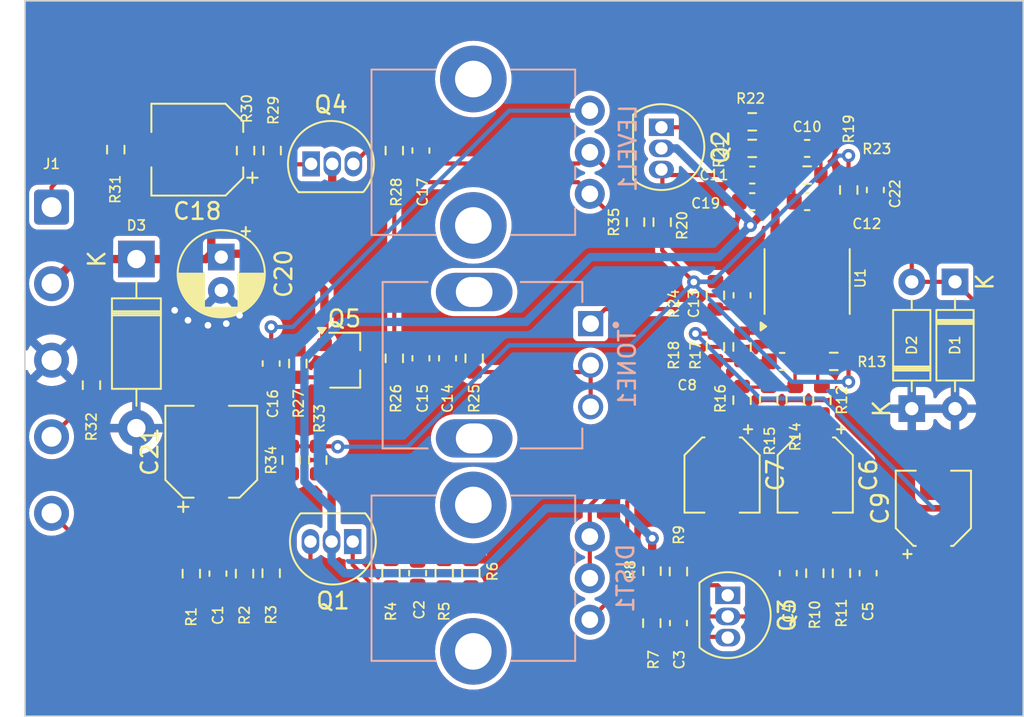
<source format=kicad_pcb>
(kicad_pcb (version 20240108) (generator "pcbnew") (generator_version "8.0")
  (layers (0 "F.Cu" signal) (31 "B.Cu" signal) (34 "B.Paste" user) (35 "F.Paste" user) (36 "B.SilkS" user "B.Silkscreen") (37 "F.SilkS" user "F.Silkscreen") (38 "B.Mask" user) (39 "F.Mask" user) (44 "Edge.Cuts" user))
  (net 0 "")
  (net 1 "Net-(C1-Pad2)")
  (net 2 "Net-(C2-Pad2)")
  (net 3 "Net-(Q2-B)")
  (net 4 "Net-(C4-Pad2)")
  (net 5 "Net-(C5-Pad2)")
  (net 6 "Net-(C6-Pad1)")
  (net 7 "VCC")
  (net 8 "Net-(Q2-E)")
  (net 9 "Net-(C7-Pad1)")
  (net 10 "Net-(C9-Pad1)")
  (net 11 "/DIST")
  (net 12 "Net-(C10-Pad1)")
  (net 13 "Net-(C13-Pad2)")
  (net 14 "GND")
  (net 15 "Net-(C16-Pad2)")
  (net 16 "/AIN")
  (net 17 "Net-(Q3-E)")
  (net 18 "VDD")
  (net 19 "Net-(C17-Pad1)")
  (net 20 "Net-(R17-Pad2)")
  (net 21 "Net-(R25-Pad2)")
  (net 22 "/AOUT")
  (net 23 "/LED")
  (net 24 "/OPIN2+")
  (net 25 "/OPIN2-")
  (net 26 "/OPOUT2")
  (net 27 "/Q3B")
  (net 28 "/OPIN1-")
  (net 29 "/Q1E")
  (net 30 "/Q3C")
  (net 31 "/INT1")
  (net 32 "/Q1B")
  (net 33 "/OPIN1+")
  (net 34 "/INT2")
  (net 35 "/Q4B")
  (net 36 "/Q4E")
  (net 37 "Net-(C18-Pad1)")
  (net 38 "Net-(DIST1-Pad1)")
  (net 39 "Net-(D1-K)")
  (net 40 "Net-(Q4-B)")
  (net 41 "Net-(Q4-E)")
  (footprint "Resistor_SMD:R_0603_1608Metric" (layer "F.Cu") (at 107.4 149.9 90)
    (property "Reference" "R4")
    (property "Value" "10k")
  )
  (footprint "Diode_THT:D_DO-41_SOD81_P10.16mm_Horizontal" (layer "F.Cu") (at 92.1 131.02 -90)
    (property "Reference" "D3")
    (property "Value" "1N4002")
  )
  (footprint "Capacitor_SMD:C_0603_1608Metric" (layer "F.Cu") (at 136.0775 149.9 90)
    (property "Reference" "C5")
    (property "Value" "22n")
  )
  (footprint "Resistor_SMD:R_0603_1608Metric" (layer "F.Cu") (at 128.5 139.5 90)
    (property "Reference" "R16")
    (property "Value" "200")
  )
  (footprint "Package_TO_SOT_THT:TO-92L_Inline" (layer "F.Cu") (at 123.6525 123.099888 -90)
    (property "Reference" "Q2")
    (property "Value" "2SC1815")
  )
  (footprint "Package_TO_SOT_THT:TO-92L_Inline" (layer "F.Cu") (at 102.6 125.3)
    (property "Reference" "Q4")
    (property "Value" "2SC1815")
  )
  (footprint "Diode_THT:D_DO-35_SOD27_P7.62mm_Horizontal" (layer "F.Cu") (at 138.7 140.01 90)
    (property "Reference" "D2")
    (property "Value" "1N4148")
  )
  (footprint "Resistor_SMD:R_0603_1608Metric" (layer "F.Cu") (at 112.4 136.985 -90)
    (property "Reference" "R25")
    (property "Value" "2k4")
  )
  (footprint "Capacitor_SMD:CP_Elec_5x5.3" (layer "F.Cu") (at 96.6 142.6 90)
    (property "Reference" "C21")
    (property "Value" "47u")
  )
  (footprint "Resistor_SMD:R_0603_1608Metric" (layer "F.Cu") (at 100.26 124.5 90)
    (property "Reference" "R29")
    (property "Value" "10k")
  )
  (footprint "Capacitor_SMD:C_0603_1608Metric" (layer "F.Cu") (at 130.9125 137.169888 180)
    (property "Reference" "C8")
    (property "Value" "100p")
  )
  (footprint "Resistor_SMD:R_0603_1608Metric" (layer "F.Cu") (at 129.1125 124.369888)
    (property "Reference" "R21")
    (property "Value" "820")
  )
  (footprint "Resistor_SMD:R_0603_1608Metric" (layer "F.Cu") (at 98.6 149.925 90)
    (property "Reference" "R2")
    (property "Value" "1k")
  )
  (footprint "Capacitor_SMD:C_0603_1608Metric" (layer "F.Cu") (at 124.6775 152.9 90)
    (property "Reference" "C3")
    (property "Value" "30p")
  )
  (footprint "Resistor_SMD:R_0603_1608Metric" (layer "F.Cu") (at 129.1125 122.769888)
    (property "Reference" "R22")
    (property "Value" "10K")
  )
  (footprint "Capacitor_SMD:CP_Elec_5x5.3" (layer "F.Cu") (at 95.76 124.444888 180)
    (property "Reference" "C18")
    (property "Value" "10u")
  )
  (footprint "Capacitor_SMD:C_0603_1608Metric" (layer "F.Cu") (at 131.2775 149.9 90)
    (property "Reference" "C4")
    (property "Value" "100n")
  )
  (footprint "Resistor_SMD:R_0603_1608Metric" (layer "F.Cu") (at 103 143.1 -90)
    (property "Reference" "R33")
    (property "Value" "10k")
  )
  (footprint "Resistor_SMD:R_0603_1608Metric" (layer "F.Cu") (at 130.1 139.5 -90)
    (property "Reference" "R15")
    (property "Value" "180")
  )
  (footprint "Resistor_SMD:R_0603_1608Metric" (layer "F.Cu") (at 132.4125 125.969888)
    (property "Reference" "R23")
    (property "Value" "3K")
  )
  (footprint "Capacitor_SMD:C_0603_1608Metric" (layer "F.Cu") (at 136.5125 126.869888 -90)
    (property "Reference" "C22")
    (property "Value" "100n")
  )
  (footprint "Resistor_SMD:R_0603_1608Metric" (layer "F.Cu") (at 100.2 149.9 90)
    (property "Reference" "R3")
    (property "Value" "510k")
  )
  (footprint "Resistor_SMD:R_0603_1608Metric" (layer "F.Cu") (at 90.86 124.444888 -90)
    (property "Reference" "R31")
    (property "Value" "100k")
  )
  (footprint "Resistor_SMD:R_0603_1608Metric" (layer "F.Cu") (at 134.9125 126.869888 90)
    (property "Reference" "R19")
    (property "Value" "1M")
  )
  (footprint "Capacitor_THT:CP_Radial_D5.0mm_P2.00mm" (layer "F.Cu") (at 97.2 130.9 -90)
    (property "Reference" "C20")
    (property "Value" "100u")
  )
  (footprint "Resistor_SMD:R_0603_1608Metric" (layer "F.Cu") (at 98.66 124.5 -90)
    (property "Reference" "R30")
    (property "Value" "470")
  )
  (footprint "Resistor_SMD:R_0603_1608Metric" (layer "F.Cu") (at 123.09 149.775 -90)
    (property "Reference" "R8")
    (property "Value" "47k")
  )
  (footprint "Capacitor_SMD:C_0603_1608Metric" (layer "F.Cu") (at 100.2 137.3 90)
    (property "Reference" "C16")
    (property "Value" "1u")
  )
  (footprint "Resistor_SMD:R_0603_1608Metric" (layer "F.Cu") (at 131.7 139.5 -90)
    (property "Reference" "R14")
    (property "Value" "4k7")
  )
  (footprint "Resistor_SMD:R_0603_1608Metric" (layer "F.Cu") (at 132.8775 149.9 90)
    (property "Reference" "R10")
    (property "Value" "24k")
  )
  (footprint "Package_TO_SOT_THT:TO-92L_Inline" (layer "F.Cu") (at 105.1 148 180)
    (property "Reference" "Q1")
    (property "Value" "2SC1815")
  )
  (footprint "Capacitor_SMD:CP_Elec_4x5.4" (layer "F.Cu") (at 140 146 90)
    (property "Reference" "C9")
    (property "Value" "4u7")
  )
  (footprint "Resistor_SMD:R_0603_1608Metric" (layer "F.Cu") (at 133.3 139.5 -90)
    (property "Reference" "R12")
    (property "Value" "10k")
  )
  (footprint "Package_TO_SOT_THT:TO-92L_Inline" (layer "F.Cu") (at 127.64 151.23 -90)
    (property "Reference" "Q3")
    (property "Value" "2SC1815")
  )
  (footprint "Resistor_SMD:R_0603_1608Metric" (layer "F.Cu") (at 123.7 128.8 -90)
    (property "Reference" "R20")
    (property "Value" "82k")
  )
  (footprint "Resistor_SMD:R_0603_1608Metric" (layer "F.Cu") (at 101.8 137.3 90)
    (property "Reference" "R27")
    (property "Value" "10k")
  )
  (footprint "Resistor_SMD:R_0603_1608Metric" (layer "F.Cu") (at 126.9 133.2 90)
    (property "Reference" "R24")
    (property "Value" "510k")
  )
  (footprint "Diode_THT:D_DO-35_SOD27_P7.62mm_Horizontal" (layer "F.Cu") (at 141.3 132.39 -90)
    (property "Reference" "D1")
    (property "Value" "1N4148")
  )
  (footprint "Package_SO:SOIC-8_3.9x4.9mm_P1.27mm" (layer "F.Cu") (at 132.4125 132.369888 90)
    (property "Reference" "U1")
    (property "Value" "RC4558")
  )
  (footprint "Capacitor_SMD:C_0603_1608Metric" (layer "F.Cu") (at 128.5 133.2 -90)
    (property "Reference" "C13")
    (property "Value" "4u7")
  )
  (footprint "Resistor_SMD:R_0603_1608Metric" (layer "F.Cu") (at 107.6 136.985 90)
    (property "Reference" "R26")
    (property "Value" "1M")
  )
  (footprint "Resistor_SMD:R_0603_1608Metric" (layer "F.Cu") (at 101.4 143.1 -90)
    (property "Reference" "R34")
    (property "Value" "10k")
  )
  (footprint "Resistor_SMD:R_0603_1608Metric" (layer "F.Cu") (at 107.6 124.5 -90)
    (property "Reference" "R28")
    (property "Value" "510k")
  )
  (footprint "Connector_Wire:SolderWire-0.5sqmm_1x05_P4.6mm_D0.9mm_OD2.1mm" (layer "F.Cu") (at 87 127.9 -90)
    (property "Reference" "J1")
    (property "Value" "Conn_01x05")
  )
  (footprint "Resistor_SMD:R_0603_1608Metric" (layer "F.Cu") (at 110.6 149.9 -90)
    (property "Reference" "R5")
    (property "Value" "16k")
  )
  (footprint "Resistor_SMD:R_0603_1608Metric" (layer "F.Cu") (at 126.9 136.3 -90)
    (property "Reference" "R18")
    (property "Value" "1k")
  )
  (footprint "Package_TO_SOT_SMD:SC-59" (layer "F.Cu") (at 104.6 137.1)
    (property "Reference" "Q5")
    (property "Value" "2SK209")
  )
  (footprint "Resistor_SMD:R_0603_1608Metric" (layer "F.Cu") (at 112.2 149.9 -90)
    (property "Reference" "R6")
    (property "Value" "270k")
  )
  (footprint "Resistor_SMD:R_0603_1608Metric" (layer "F.Cu") (at 128.5 136.3 90)
    (property "Reference" "R17")
    (property "Value" "200")
  )
  (footprint "Capacitor_SMD:C_0603_1608Metric" (layer "F.Cu") (at 129.1125 127.569888)
    (property "Reference" "C19")
    (property "Value" "100n")
  )
  (footprint "Capacitor_SMD:C_0603_1608Metric" (layer "F.Cu") (at 109 149.9 90)
    (property "Reference" "C2")
    (property "Value" "10n")
  )
  (footprint "Resistor_SMD:R_0603_1608Metric" (layer "F.Cu") (at 89.4 138.6 -90)
    (property "Reference" "R32")
    (property "Value" "4k7")
  )
  (footprint "Capacitor_SMD:C_0603_1608Metric" (layer "F.Cu") (at 109.2 124.5 90)
    (property "Reference" "C17")
    (property "Value" "1u")
  )
  (footprint "Resistor_SMD:R_0603_1608Metric" (layer "F.Cu") (at 134.0125 137.169888)
    (property "Reference" "R13")
    (property "Value" "1M")
  )
  (footprint "Resistor_SMD:R_0603_1608Metric" (layer "F.Cu") (at 122.1 128.8 -90)
    (property "Reference" "R35")
    (property "Value" "12k")
  )
  (footprint "Resistor_SMD:R_0603_1608Metric" (layer "F.Cu") (at 95.4 149.925 -90)
    (property "Reference" "R1")
    (property "Value" "2M")
  )
  (footprint "Capacitor_SMD:C_0603_1608Metric" (layer "F.Cu") (at 97 149.925 90)
    (property "Reference" "C1")
    (property "Value" "47n")
  )
  (footprint "Capacitor_SMD:C_0603_1608Metric" (layer "F.Cu") (at 132.4125 124.369888)
    (property "Reference" "C10")
    (property "Value" "470n")
  )
  (footprint "Capacitor_SMD:C_0603_1608Metric" (layer "F.Cu") (at 132.4125 127.569888 180)
    (property "Reference" "C12")
    (property "Value" "100p")
  )
  (footprint "Capacitor_SMD:C_0603_1608Metric" (layer "F.Cu") (at 110.8 136.985 90)
    (property "Reference" "C14")
    (property "Value" "3n3")
  )
  (footprint "Capacitor_SMD:C_0603_1608Metric" (layer "F.Cu") (at 109.2 136.985 -90)
    (property "Reference" "C15")
    (property "Value" "22n")
  )
  (footprint "Resistor_SMD:R_0603_1608Metric" (layer "F.Cu") (at 124.6775 149.8 90)
    (property "Reference" "R9")
    (property "Value" "390")
  )
  (footprint "Capacitor_SMD:C_0603_1608Metric" (layer "F.Cu") (at 129.1125 125.969888)
    (property "Reference" "C11")
    (property "Value" "68n")
  )
  (footprint "Capacitor_SMD:CP_Elec_4x5.3" (layer "F.Cu") (at 132.9 144 -90)
    (property "Reference" "C6")
    (property "Value" "1u")
  )
  (footprint "Resistor_SMD:R_0603_1608Metric" (layer "F.Cu") (at 134.4775 149.9 90)
    (property "Reference" "R11")
    (property "Value" "10k")
  )
  (footprint "Capacitor_SMD:CP_Elec_4x5.3" (layer "F.Cu") (at 127.3 144 -90)
    (property "Reference" "C7")
    (property "Value" "1u")
  )
  (footprint "Resistor_SMD:R_0603_1608Metric" (layer "F.Cu") (at 123.0775 152.9 -90)
    (property "Reference" "R7")
    (property "Value" "560k")
  )
  (footprint "Potentiometer_THT:Potentiometer_Bourns_PTV09A-1_Single_Vertical" (layer "B.Cu") (at 119.35 152.7 180)
    (property "Reference" "DIST1")
    (property "Value" "A20k")
  )
  (footprint "Potentiometer_THT:Potentiometer_Bourns_PTV09A-1_Single_Vertical" (layer "B.Cu") (at 119.35 127.1 180)
    (property "Reference" "LEVEL1")
    (property "Value" "A100k")
  )
  (footprint "PT01:TRIM_PT01-D125D-B503" (layer "B.Cu") (at 112.4 137.4 -90)
    (property "Reference" "TONE1")
    (property "Value" "B50k")
  )
  (gr_rect (start 85.4 115.5) (end 145.4 158.5) (stroke (width 0.1)) (fill none) (layer "Edge.Cuts"))
  (segment (start 100.26 125.325) (end 102.635 125.325) (width 0.25) (layer "F.Cu") (net 0))
  (segment (start 98.66 125.325) (end 100.26 125.325) (width 0.25) (layer "F.Cu") (net 0))
  (segment (start 102.635 125.325) (end 102.66 125.3) (width 0.25) (layer "F.Cu") (net 0))
  (segment (start 97 149.15) (end 98.55 149.15) (width 0.25) (layer "F.Cu") (net 1))
  (segment (start 98.55 149.15) (end 98.6 149.1) (width 0.25) (layer "F.Cu") (net 1))
  (segment (start 110.22625 149.1) (end 110.27625 149.05) (width 0.25) (layer "F.Cu") (net 2))
  (segment (start 108.67625 149.1) (end 110.22625 149.1) (width 0.25) (layer "F.Cu") (net 2))
  (segment (start 128.3375 125.969888) (end 123.9825 125.969888) (width 0.25) (layer "F.Cu") (net 3))
  (segment (start 123.9825 125.969888) (end 123.6525 125.639888) (width 0.25) (layer "F.Cu") (net 3))
  (segment (start 123.7125 125.699888) (end 123.6525 125.639888) (width 0.25) (layer "F.Cu") (net 3))
  (segment (start 123.7125 127.944888) (end 123.7125 125.699888) (width 0.25) (layer "F.Cu") (net 3))
  (segment (start 131.2775 149.125) (end 132.8275 149.125) (width 0.25) (layer "F.Cu") (net 4))
  (segment (start 132.8275 149.125) (end 132.8775 149.075) (width 0.25) (layer "F.Cu") (net 4))
  (segment (start 136.0775 143.1025) (end 133.3 140.325) (width 0.25) (layer "F.Cu") (net 5))
  (segment (start 136.0775 149.125) (end 136.0775 143.1025) (width 0.25) (layer "F.Cu") (net 5))
  (segment (start 131.6375 140.369888) (end 131.6375 142.782388) (width 0.25) (layer "F.Cu") (net 6))
  (segment (start 131.6375 140.369888) (end 131.8375 140.569888) (width 0.25) (layer "F.Cu") (net 6))
  (segment (start 131.6375 142.782388) (end 132.9 144.044888) (width 0.25) (layer "F.Cu") (net 6))
  (segment (start 129 129) (end 129.8875 128.1125) (width 0.5) (layer "F.Cu") (net 7))
  (segment (start 103.83 144.755) (end 103.388908 144.313908) (width 0.5) (layer "F.Cu") (net 7))
  (segment (start 96.6 129.1) (end 97.7 128) (width 0.5) (layer "F.Cu") (net 7))
  (segment (start 96.6 130.7) (end 96.6 129.1) (width 0.5) (layer "F.Cu") (net 7))
  (segment (start 101.2 130.7) (end 103.4 132.9) (width 0.5) (layer "F.Cu") (net 7))
  (segment (start 92.1 131.02) (end 96.28 131.02) (width 0.5) (layer "F.Cu") (net 7))
  (segment (start 102.42 128) (end 103.87 126.55) (width 0.5) (layer "F.Cu") (net 7))
  (segment (start 123.1 147.8) (end 123.1 148.94) (width 0.5) (layer "F.Cu") (net 7))
  (segment (start 87 132.5) (end 88.48 131.02) (width 0.5) (layer "F.Cu") (net 7))
  (segment (start 88.48 131.02) (end 92.1 131.02) (width 0.5) (layer "F.Cu") (net 7))
  (segment (start 130.5075 128.189888) (end 129.8875 127.569888) (width 0.5) (layer "F.Cu") (net 7))
  (segment (start 103.87 126.55) (end 103.87 125.3) (width 0.5) (layer "F.Cu") (net 7))
  (segment (start 96.28 131.02) (end 96.6 130.7) (width 0.5) (layer "F.Cu") (net 7))
  (segment (start 103.83 148) (end 103.83 144.755) (width 0.5) (layer "F.Cu") (net 7))
  (segment (start 89.4 137.775) (end 89.4 131.02) (width 0.2) (layer "F.Cu") (net 7))
  (segment (start 123.1 148.94) (end 123.09 148.95) (width 0.5) (layer "F.Cu") (net 7))
  (segment (start 130.5075 129.894888) (end 130.5075 128.189888) (width 0.5) (layer "F.Cu") (net 7))
  (segment (start 96.6 130.7) (end 101.2 130.7) (width 0.5) (layer "F.Cu") (net 7))
  (segment (start 103.4 132.9) (end 103.4 136.15) (width 0.5) (layer "F.Cu") (net 7))
  (segment (start 129.8875 128.1125) (end 129.8875 127.569888) (width 0.5) (layer "F.Cu") (net 7))
  (segment (start 97.7 128) (end 102.42 128) (width 0.5) (layer "F.Cu") (net 7))
  (segment (start 130.394888 129.894888) (end 130.5075 129.894888) (width 0.5) (layer "F.Cu") (net 7))
  (via (at 129 129) (size 0.8) (drill 0.4) (layers "F.Cu" "B.Cu") (net 7))
  (via (at 123.1 147.8) (size 0.8) (drill 0.4) (layers "F.Cu" "B.Cu") (net 7))
  (segment (start 123.1 147.8) (end 121.3 146) (width 0.5) (layer "B.Cu") (net 7))
  (segment (start 102.2 137.035) (end 102.2 144.4) (width 0.5) (layer "B.Cu") (net 7))
  (segment (start 112.8 149.9) (end 104.6 149.9) (width 0.5) (layer "B.Cu") (net 7))
  (segment (start 119.4 130.9) (end 127.1 130.9) (width 0.5) (layer "B.Cu") (net 7))
  (segment (start 124.569888 124.369888) (end 129 128.8) (width 0.5) (layer "B.Cu") (net 7))
  (segment (start 102.2 144.4) (end 103.83 146.03) (width 0.5) (layer "B.Cu") (net 7))
  (segment (start 121.3 146) (end 116.7 146) (width 0.5) (layer "B.Cu") (net 7))
  (segment (start 129 128.8) (end 129 129) (width 0.5) (layer "B.Cu") (net 7))
  (segment (start 103.875 135.36) (end 104.435 134.8) (width 0.5) (layer "B.Cu") (net 7))
  (segment (start 103.875 135.36) (end 102.2 137.035) (width 0.5) (layer "B.Cu") (net 7))
  (segment (start 116.7 146) (end 112.8 149.9) (width 0.5) (layer "B.Cu") (net 7))
  (segment (start 115.5 134.8) (end 119.4 130.9) (width 0.5) (layer "B.Cu") (net 7))
  (segment (start 104.6 149.9) (end 103.83 149.13) (width 0.5) (layer "B.Cu") (net 7))
  (segment (start 123.6525 124.369888) (end 124.569888 124.369888) (width 0.5) (layer "B.Cu") (net 7))
  (segment (start 127.1 130.9) (end 129 129) (width 0.5) (layer "B.Cu") (net 7))
  (segment (start 103.83 146.03) (end 103.83 148) (width 0.5) (layer "B.Cu") (net 7))
  (segment (start 103.83 149.13) (end 103.83 148) (width 0.5) (layer "B.Cu") (net 7))
  (segment (start 104.435 134.8) (end 115.5 134.8) (width 0.5) (layer "B.Cu") (net 7))
  (segment (start 127.9575 123.099888) (end 128.2875 122.769888) (width 0.25) (layer "F.Cu") (net 8))
  (segment (start 123.6525 123.099888) (end 127.9575 123.099888) (width 0.25) (layer "F.Cu") (net 8))
  (segment (start 128.2875 124.369888) (end 128.2875 122.769888) (width 0.25) (layer "F.Cu") (net 8))
  (segment (start 130.0125 140.344888) (end 130.0375 140.369888) (width 0.25) (layer "F.Cu") (net 9))
  (segment (start 130.0375 141.307388) (end 130.0375 140.369888) (width 0.25) (layer "F.Cu") (net 9))
  (segment (start 127.3 144.044888) (end 130.0375 141.307388) (width 0.25) (layer "F.Cu") (net 9))
  (segment (start 126.875 135.5) (end 126.9 135.475) (width 0.25) (layer "F.Cu") (net 10))
  (segment (start 125.7 135.5) (end 126.875 135.5) (width 0.25) (layer "F.Cu") (net 10))
  (via (at 125.7 135.5) (size 0.8) (drill 0.4) (layers "F.Cu" "B.Cu") (net 10))
  (segment (start 129.6 139.4) (end 125.7 135.5) (width 0.25) (layer "B.Cu") (net 10))
  (segment (start 140 146) (end 133.4 139.4) (width 0.25) (layer "B.Cu") (net 10))
  (segment (start 133.4 139.4) (end 129.6 139.4) (width 0.25) (layer "B.Cu") (net 10))
  (segment (start 130.1375 137.169888) (end 128.6875 137.169888) (width 0.25) (layer "F.Cu") (net 11))
  (segment (start 127.1125 138.069888) (end 127.1125 137.044888) (width 0.25) (layer "F.Cu") (net 11))
  (segment (start 128.6125 137.094888) (end 127.1625 137.094888) (width 0.25) (layer "F.Cu") (net 11))
  (segment (start 119.35 147.7) (end 119.35 145.832388) (width 0.25) (layer "F.Cu") (net 11))
  (segment (start 127.1125 137.044888) (end 127.0375 136.969888) (width 0.25) (layer "F.Cu") (net 11))
  (segment (start 127.1625 137.094888) (end 127.0375 136.969888) (width 0.25) (layer "F.Cu") (net 11))
  (segment (start 128.6875 137.169888) (end 128.6125 137.094888) (width 0.25) (layer "F.Cu") (net 11))
  (segment (start 119.35 150.2) (end 119.35 147.7) (width 0.25) (layer "F.Cu") (net 11))
  (segment (start 119.35 145.832388) (end 127.1125 138.069888) (width 0.25) (layer "F.Cu") (net 11))
  (segment (start 129.8875 124.419888) (end 129.9375 124.369888) (width 0.25) (layer "F.Cu") (net 12))
  (segment (start 129.8875 125.969888) (end 129.8875 124.419888) (width 0.25) (layer "F.Cu") (net 12))
  (segment (start 129.9375 124.369888) (end 131.6375 124.369888) (width 0.25) (layer "F.Cu") (net 12))
  (segment (start 126.95 133.975) (end 126.9 134.025) (width 0.25) (layer "F.Cu") (net 13))
  (segment (start 119.4 134.9) (end 119.5 134.9) (width 0.25) (layer "F.Cu") (net 13))
  (segment (start 128.5 133.975) (end 126.95 133.975) (width 0.25) (layer "F.Cu") (net 13))
  (segment (start 119.5 134.9) (end 119.824888 135.224888) (width 0.25) (layer "F.Cu") (net 13))
  (segment (start 126.9 134.025) (end 120.275 134.025) (width 0.25) (layer "F.Cu") (net 13))
  (segment (start 120.275 134.025) (end 119.4 134.9) (width 0.25) (layer "F.Cu") (net 13))
  (via (at 96.4 135) (size 0.8) (drill 0.4) (layers "F.Cu" "B.Cu") (net 14))
  (via (at 97.5 134.9) (size 0.8) (drill 0.4) (layers "F.Cu" "B.Cu") (net 14))
  (via (at 95.2 134.7) (size 0.8) (drill 0.4) (layers "F.Cu" "B.Cu") (net 14))
  (via (at 94.4 134.1) (size 0.8) (drill 0.4) (layers "F.Cu" "B.Cu") (net 14))
  (via (at 98.3 134.4) (size 0.8) (drill 0.4) (layers "F.Cu" "B.Cu") (net 14))
  (segment (start 100.2 135.1) (end 100.2 136.525) (width 0.25) (layer "F.Cu") (net 15))
  (via (at 100.2 135.1) (size 0.8) (drill 0.4) (layers "F.Cu" "B.Cu") (net 15))
  (segment (start 100.2 135.1) (end 101.5 135.1) (width 0.25) (layer "B.Cu") (net 15))
  (segment (start 114.5 122.1) (end 119.35 122.1) (width 0.25) (layer "B.Cu") (net 15))
  (segment (start 101.5 135.1) (end 114.5 122.1) (width 0.25) (layer "B.Cu") (net 15))
  (segment (start 95.4 150.75) (end 96.95 150.75) (width 0.25) (layer "F.Cu") (net 16))
  (segment (start 95.4 150.75) (end 91.45 150.75) (width 0.25) (layer "F.Cu") (net 16))
  (segment (start 96.95 150.75) (end 97 150.7) (width 0.25) (layer "F.Cu") (net 16))
  (segment (start 91.45 150.75) (end 87 146.3) (width 0.25) (layer "F.Cu") (net 16))
  (segment (start 127.035 150.625) (end 127.64 151.23) (width 0.25) (layer "F.Cu") (net 17))
  (segment (start 124.6775 150.625) (end 127.035 150.625) (width 0.25) (layer "F.Cu") (net 17))
  (segment (start 101.275 142.4) (end 101.4 142.275) (width 0.25) (layer "F.Cu") (net 18))
  (segment (start 134.9 137.232388) (end 134.8375 137.169888) (width 0.25) (layer "F.Cu") (net 18))
  (segment (start 96.6 142.6) (end 96.6 144) (width 0.25) (layer "F.Cu") (net 18))
  (segment (start 122.1 129.625) (end 123.7 129.625) (width 0.25) (layer "F.Cu") (net 18))
  (segment (start 101.4 142.275) (end 103 142.275) (width 0.25) (layer "F.Cu") (net 18))
  (segment (start 119.35 127.1) (end 121.875 129.625) (width 0.25) (layer "F.Cu") (net 18))
  (segment (start 96.6 142.6) (end 96.8 142.4) (width 0.25) (layer "F.Cu") (net 18))
  (segment (start 134.9 138.4) (end 134.9 137.232388) (width 0.25) (layer "F.Cu") (net 18))
  (segment (start 125.625 132.375) (end 125.6 132.4) (width 0.25) (layer "F.Cu") (net 18))
  (segment (start 96.6 144) (end 100.2 147.6) (width 0.25) (layer "F.Cu") (net 18))
  (segment (start 107.6 125.325) (end 108.675 126.4) (width 0.25) (layer "F.Cu") (net 18))
  (segment (start 123.7 130.5) (end 125.6 132.4) (width 0.25) (layer "F.Cu") (net 18))
  (segment (start 107.635 125.3) (end 107.66 125.325) (width 0.25) (layer "F.Cu") (net 18))
  (segment (start 96.8 142.4) (end 101.275 142.4) (width 0.25) (layer "F.Cu") (net 18))
  (segment (start 103 142.275) (end 104.175 142.275) (width 0.25) (layer "F.Cu") (net 18))
  (segment (start 123.7 129.625) (end 123.7 130.5) (width 0.25) (layer "F.Cu") (net 18))
  (segment (start 134.9 124.8) (end 134.9 126.032388) (width 0.25) (layer "F.Cu") (net 18))
  (segment (start 107.6 136.16) (end 107.6 125.325) (width 0.25) (layer "F.Cu") (net 18))
  (segment (start 108.675 126.4) (end 118.65 126.4) (width 0.25) (layer "F.Cu") (net 18))
  (segment (start 100.2 147.6) (end 100.2 149.075) (width 0.25) (layer "F.Cu") (net 18))
  (segment (start 126.9 132.375) (end 125.625 132.375) (width 0.25) (layer "F.Cu") (net 18))
  (segment (start 121.875 129.625) (end 122.1 129.625) (width 0.25) (layer "F.Cu") (net 18))
  (segment (start 104.175 142.275) (end 104.2 142.3) (width 0.25) (layer "F.Cu") (net 18))
  (segment (start 118.65 126.4) (end 119.35 127.1) (width 0.25) (layer "F.Cu") (net 18))
  (segment (start 134.9 126.032388) (end 134.9125 126.044888) (width 0.25) (layer "F.Cu") (net 18))
  (via (at 104.2 142.3) (size 0.8) (drill 0.4) (layers "F.Cu" "B.Cu") (net 18))
  (via (at 125.6 132.4) (size 0.8) (drill 0.4) (layers "F.Cu" "B.Cu") (net 18))
  (via (at 134.9 124.8) (size 0.8) (drill 0.4) (layers "F.Cu" "B.Cu") (net 18))
  (via (at 134.9 138.4) (size 0.8) (drill 0.4) (layers "F.Cu" "B.Cu") (net 18))
  (segment (start 108.4 142.3) (end 114.5 136.2) (width 0.25) (layer "B.Cu") (net 18))
  (segment (start 131.5 138.4) (end 134.9 138.4) (width 0.25) (layer "B.Cu") (net 18))
  (segment (start 126.7 132.4) (end 134.3 124.8) (width 0.25) (layer "B.Cu") (net 18))
  (segment (start 134.3 124.8) (end 134.9 124.8) (width 0.25) (layer "B.Cu") (net 18))
  (segment (start 114.5 136.2) (end 121.8 136.2) (width 0.25) (layer "B.Cu") (net 18))
  (segment (start 125.6 132.4) (end 125.6 132.5) (width 0.25) (layer "B.Cu") (net 18))
  (segment (start 125.6 132.5) (end 131.5 138.4) (width 0.25) (layer "B.Cu") (net 18))
  (segment (start 104.2 142.3) (end 108.4 142.3) (width 0.25) (layer "B.Cu") (net 18))
  (segment (start 121.8 136.2) (end 125.6 132.4) (width 0.25) (layer "B.Cu") (net 18))
  (segment (start 125.6 132.4) (end 126.7 132.4) (width 0.25) (layer "B.Cu") (net 18))
  (segment (start 109.21 125.325) (end 109.26 125.275) (width 0.25) (layer "F.Cu") (net 19))
  (segment (start 119.35 124.6) (end 122.1 127.35) (width 0.25) (layer "F.Cu") (net 19))
  (segment (start 109.2 125.275) (end 118.675 125.275) (width 0.25) (layer "F.Cu") (net 19))
  (segment (start 118.675 125.275) (end 119.35 124.6) (width 0.25) (layer "F.Cu") (net 19))
  (segment (start 122.1 127.35) (end 122.1 127.975) (width 0.25) (layer "F.Cu") (net 19))
  (segment (start 129.9075 135.444888) (end 130.5075 134.844888) (width 0.25) (layer "F.Cu") (net 20))
  (segment (start 128.6125 135.444888) (end 129.9075 135.444888) (width 0.25) (layer "F.Cu") (net 20))
  (segment (start 119.4 137.4) (end 119.4 139.9) (width 0.25) (layer "F.Cu") (net 21))
  (segment (start 118.99 137.81) (end 119.4 137.4) (width 0.25) (layer "F.Cu") (net 21))
  (segment (start 112.4 137.81) (end 118.99 137.81) (width 0.25) (layer "F.Cu") (net 21))
  (segment (start 87 127.9) (end 87 126.7) (width 0.25) (layer "F.Cu") (net 22))
  (segment (start 90.080112 123.619888) (end 90.86 123.619888) (width 0.25) (layer "F.Cu") (net 22))
  (segment (start 87 126.7) (end 90.080112 123.619888) (width 0.25) (layer "F.Cu") (net 22))
  (segment (start 92.935 123.619888) (end 93.76 124.444888) (width 0.25) (layer "F.Cu") (net 22))
  (segment (start 90.86 123.619888) (end 92.935 123.619888) (width 0.25) (layer "F.Cu") (net 22))
  (segment (start 89.275 139.425) (end 87 141.7) (width 0.25) (layer "F.Cu") (net 23))
  (segment (start 89.4 139.425) (end 89.275 139.425) (width 0.25) (layer "F.Cu") (net 23))
  (segment (start 134.3175 128.289888) (end 134.9125 127.694888) (width 0.2) (layer "F.Cu") (net 24))
  (segment (start 134.3175 129.894888) (end 134.3175 128.289888) (width 0.2) (layer "F.Cu") (net 24))
  (segment (start 134.9125 127.694888) (end 136.4625 127.694888) (width 0.2) (layer "F.Cu") (net 24))
  (segment (start 136.4625 127.694888) (end 136.5125 127.644888) (width 0.2) (layer "F.Cu") (net 24))
  (segment (start 133.1875 127.569888) (end 133.1875 126.019888) (width 0.2) (layer "F.Cu") (net 25))
  (segment (start 133.0475 129.894888) (end 133.0475 127.709888) (width 0.2) (layer "F.Cu") (net 25))
  (segment (start 133.2375 124.419888) (end 133.1875 124.369888) (width 0.2) (layer "F.Cu") (net 25))
  (segment (start 133.0475 127.709888) (end 133.1875 127.569888) (width 0.2) (layer "F.Cu") (net 25))
  (segment (start 133.2375 125.969888) (end 133.2375 124.419888) (width 0.2) (layer "F.Cu") (net 25))
  (segment (start 133.1875 126.019888) (end 133.2375 125.969888) (width 0.2) (layer "F.Cu") (net 25))
  (segment (start 131.7775 129.894888) (end 131.7775 131.804888) (width 0.25) (layer "F.Cu") (net 26))
  (segment (start 128.5 132.425) (end 131.157388 132.425) (width 0.25) (layer "F.Cu") (net 26))
  (segment (start 131.7775 127.709888) (end 131.6375 127.569888) (width 0.25) (layer "F.Cu") (net 26))
  (segment (start 131.5875 125.969888) (end 131.5875 127.519888) (width 0.25) (layer "F.Cu") (net 26))
  (segment (start 131.157388 132.425) (end 131.7775 131.804888) (width 0.25) (layer "F.Cu") (net 26))
  (segment (start 131.7775 129.894888) (end 131.7775 127.709888) (width 0.25) (layer "F.Cu") (net 26))
  (segment (start 131.6375 129.754888) (end 131.7775 129.894888) (width 0.25) (layer "F.Cu") (net 26))
  (segment (start 131.5875 127.519888) (end 131.6375 127.569888) (width 0.25) (layer "F.Cu") (net 26))
  (segment (start 127.595 153.725) (end 127.64 153.77) (width 0.25) (layer "F.Cu") (net 27))
  (segment (start 123.0775 153.725) (end 127.595 153.725) (width 0.25) (layer "F.Cu") (net 27))
  (segment (start 110.26375 150.725) (end 111.86375 150.725) (width 0.25) (layer "F.Cu") (net 27))
  (segment (start 115.575 154.1) (end 112.2 150.725) (width 0.25) (layer "F.Cu") (net 27))
  (segment (start 123.0775 153.725) (end 122.7025 154.1) (width 0.25) (layer "F.Cu") (net 27))
  (segment (start 122.7025 154.1) (end 115.575 154.1) (width 0.25) (layer "F.Cu") (net 27))
  (segment (start 127.545 153.675) (end 127.64 153.77) (width 0.25) (layer "F.Cu") (net 27))
  (segment (start 131.7775 137.079888) (end 131.6875 137.169888) (width 0.2) (layer "F.Cu") (net 28))
  (segment (start 131.7375 137.219888) (end 131.6875 137.169888) (width 0.2) (layer "F.Cu") (net 28))
  (segment (start 131.6875 137.169888) (end 131.6875 138.669888) (width 0.2) (layer "F.Cu") (net 28))
  (segment (start 131.7125 137.194888) (end 131.6875 137.169888) (width 0.2) (layer "F.Cu") (net 28))
  (segment (start 131.6875 138.669888) (end 131.6375 138.719888) (width 0.2) (layer "F.Cu") (net 28))
  (segment (start 131.7775 134.844888) (end 131.7775 137.079888) (width 0.2) (layer "F.Cu") (net 28))
  (segment (start 131.6375 138.719888) (end 128.452557 138.719888) (width 0.2) (layer "F.Cu") (net 28))
  (segment (start 107.06375 150.725) (end 108.61375 150.725) (width 0.25) (layer "F.Cu") (net 29))
  (segment (start 105.1 149.4) (end 106.425 150.725) (width 0.25) (layer "F.Cu") (net 29))
  (segment (start 105.1 148) (end 105.1 149.4) (width 0.25) (layer "F.Cu") (net 29))
  (segment (start 107.12625 150.65) (end 107.07625 150.7) (width 0.25) (layer "F.Cu") (net 29))
  (segment (start 108.61375 150.725) (end 108.66375 150.675) (width 0.25) (layer "F.Cu") (net 29))
  (segment (start 106.425 150.725) (end 107.4 150.725) (width 0.25) (layer "F.Cu") (net 29))
  (segment (start 124.6775 152.125) (end 124.9025 152.125) (width 0.25) (layer "F.Cu") (net 30))
  (segment (start 123.0775 152.075) (end 124.6275 152.075) (width 0.25) (layer "F.Cu") (net 30))
  (segment (start 129.4525 152.5) (end 131.2775 150.675) (width 0.25) (layer "F.Cu") (net 30))
  (segment (start 124.9025 152.125) (end 125.2775 152.5) (width 0.25) (layer "F.Cu") (net 30))
  (segment (start 123.09 152.05) (end 123.09 150.6) (width 0.25) (layer "F.Cu") (net 30))
  (segment (start 127.64 152.5) (end 129.4525 152.5) (width 0.25) (layer "F.Cu") (net 30))
  (segment (start 124.6275 152.075) (end 124.6775 152.125) (width 0.25) (layer "F.Cu") (net 30))
  (segment (start 125.2775 152.5) (end 127.64 152.5) (width 0.25) (layer "F.Cu") (net 30))
  (segment (start 134.5275 150.675) (end 134.4775 150.725) (width 0.25) (layer "F.Cu") (net 31))
  (segment (start 132.8775 150.725) (end 134.4775 150.725) (width 0.25) (layer "F.Cu") (net 31))
  (segment (start 136.0775 150.675) (end 134.5275 150.675) (width 0.25) (layer "F.Cu") (net 31))
  (segment (start 98.6 150.75) (end 100.175 150.75) (width 0.25) (layer "F.Cu") (net 32))
  (segment (start 100.2 150.725) (end 101.475 150.725) (width 0.25) (layer "F.Cu") (net 32))
  (segment (start 101.475 150.725) (end 102.56 149.64) (width 0.25) (layer "F.Cu") (net 32))
  (segment (start 102.56 149.64) (end 102.56 148) (width 0.25) (layer "F.Cu") (net 32))
  (segment (start 100.175 150.75) (end 100.2 150.725) (width 0.25) (layer "F.Cu") (net 32))
  (segment (start 133.0475 134.844888) (end 133.0475 138.629888) (width 0.2) (layer "F.Cu") (net 33))
  (segment (start 109.175 136.285) (end 112.3 136.285) (width 0.25) (layer "F.Cu") (net 34))
  (segment (start 112.3 136.285) (end 112.375 136.21) (width 0.25) (layer "F.Cu") (net 34))
  (segment (start 109.125 137.885) (end 109.175 137.835) (width 0.25) (layer "F.Cu") (net 35))
  (segment (start 106.51 137.81) (end 105.8 137.1) (width 0.25) (layer "F.Cu") (net 35))
  (segment (start 107.6 137.81) (end 106.51 137.81) (width 0.25) (layer "F.Cu") (net 35))
  (segment (start 107.575 137.885) (end 109.125 137.885) (width 0.25) (layer "F.Cu") (net 35))
  (segment (start 101.75 138.075) (end 101.8 138.125) (width 0.25) (layer "F.Cu") (net 36))
  (segment (start 100.2 138.075) (end 101.75 138.075) (width 0.25) (layer "F.Cu") (net 36))
  (segment (start 103.325 138.125) (end 103.4 138.05) (width 0.25) (layer "F.Cu") (net 36))
  (segment (start 101.8 138.125) (end 103.325 138.125) (width 0.25) (layer "F.Cu") (net 36))
  (segment (start 96.485 123.719888) (end 95.76 124.444888) (width 0.25) (layer "F.Cu") (net 37))
  (segment (start 98.66 123.719888) (end 96.485 123.719888) (width 0.25) (layer "F.Cu") (net 37))
  (segment (start 121.6 145.6) (end 126.830112 140.369888) (width 0.25) (layer "F.Cu") (net 38))
  (segment (start 126.830112 140.369888) (end 128.452557 140.369888) (width 0.25) (layer "F.Cu") (net 38))
  (segment (start 119.35 152.7) (end 121.6 150.45) (width 0.25) (layer "F.Cu") (net 38))
  (segment (start 121.6 150.45) (end 121.6 145.6) (width 0.25) (layer "F.Cu") (net 38))
  (segment (start 137.294888 126.094888) (end 138.7 127.5) (width 0.25) (layer "F.Cu") (net 39))
  (segment (start 138.7 128.7) (end 138.7 132.39) (width 0.25) (layer "F.Cu") (net 39))
  (segment (start 143.2 134.29) (end 141.3 132.39) (width 0.25) (layer "F.Cu") (net 39))
  (segment (start 140 143.8) (end 140.5 143.8) (width 0.25) (layer "F.Cu") (net 39))
  (segment (start 140.5 143.8) (end 143.2 141.1) (width 0.25) (layer "F.Cu") (net 39))
  (segment (start 136.5125 126.094888) (end 137.294888 126.094888) (width 0.25) (layer "F.Cu") (net 39))
  (segment (start 143.2 141.1) (end 143.2 134.29) (width 0.25) (layer "F.Cu") (net 39))
  (segment (start 138.7 127.5) (end 138.7 128.7) (width 0.25) (layer "F.Cu") (net 39))
  (segment (start 141.3 132.39) (end 138.7 132.39) (width 0.25) (layer "F.Cu") (net 39))
  (segment (start 107.6 123.675) (end 108.95 123.675) (width 0.25) (layer "F.Cu") (net 40))
  (segment (start 106.765 123.675) (end 105.14 125.3) (width 0.25) (layer "F.Cu") (net 40))
  (segment (start 108.95 123.675) (end 108.95 123.725) (width 0.25) (layer "F.Cu") (net 40))
  (segment (start 107.6 123.675) (end 106.765 123.675) (width 0.25) (layer "F.Cu") (net 40))
  (zone (net 14) (net_name "GND") (layers "F&B.Cu") (connect_pads (clearance 0.3)) (min_thickness 0.2) (fill yes (thermal_gap 0.5) (thermal_bridge_width 0.5))
    (polygon (pts (xy 85.4 115.5) (xy 145.4 115.5) (xy 145.4 158.5) (xy 85.4 158.5)))
  )
)
</source>
